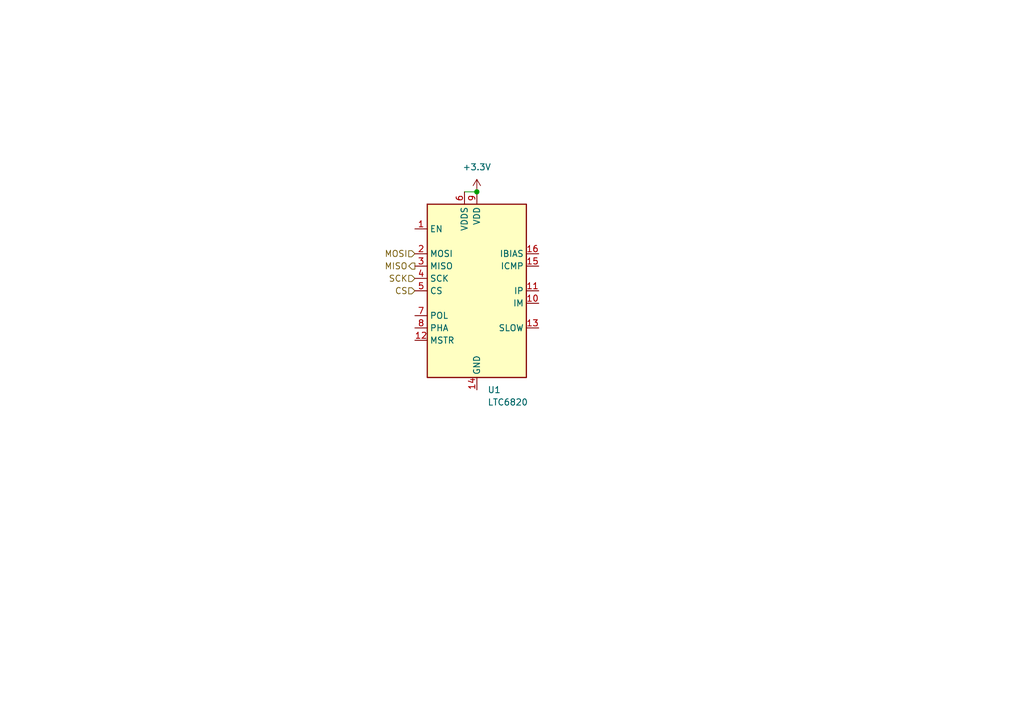
<source format=kicad_sch>
(kicad_sch (version 20230121) (generator eeschema)
  (paper "A5")
  (lib_symbols
    (symbol "greenmobi-bms:LTC6820"
      (property "Reference" "U" (at 2.54 22.86 0))
      (property "Value" "LTC6820" (at 5.08 20.32 0))
      (symbol "LTC6820_1_1"
        (rectangle (start -10.16 17.78) (end 10.16 -17.78) (stroke (width 0.254)) (fill (type background)))
        (pin input line (at -12.7 12.7 0) (length 2.54) (name "EN") (number "1"))
        (pin output line (at 12.7 -2.54 180) (length 2.54) (name "IM") (number "10"))
        (pin output line (at 12.7 0 180) (length 2.54) (name "IP") (number "11"))
        (pin output line (at -12.7 -10.16 0) (length 2.54) (name "MSTR") (number "12"))
        (pin output line (at 12.7 -7.62 180) (length 2.54) (name "SLOW") (number "13"))
        (pin power_in line (at 0 -20.32 90) (length 2.54) (name "GND") (number "14"))
        (pin output line (at 12.7 5.08 180) (length 2.54) (name "ICMP") (number "15"))
        (pin output line (at 12.7 7.62 180) (length 2.54) (name "IBIAS") (number "16"))
        (pin input line (at -12.7 7.62 0) (length 2.54) (name "MOSI") (number "2"))
        (pin output line (at -12.7 5.08 0) (length 2.54) (name "MISO") (number "3"))
        (pin input line (at -12.7 2.54 0) (length 2.54) (name "SCK") (number "4"))
        (pin input line (at -12.7 0 0) (length 2.54) (name "CS") (number "5"))
        (pin power_in line (at -2.54 20.32 270) (length 2.54) (name "VDDS") (number "6"))
        (pin input line (at -12.7 -5.08 0) (length 2.54) (name "POL") (number "7"))
        (pin input line (at -12.7 -7.62 0) (length 2.54) (name "PHA") (number "8"))
        (pin power_in line (at 0 20.32 270) (length 2.54) (name "VDD") (number "9"))
      )
    )
    (symbol "power:+3.3V" (power) (pin_names (offset 0))
      (property "Value" "+3.3V" (at 0 3.556 0))
      (symbol "+3.3V_0_1"
        (polyline (pts (xy -0.762 1.27) (xy 0 2.54)))
        (polyline (pts (xy 0 0) (xy 0 2.54)))
        (polyline (pts (xy 0 2.54) (xy 0.762 1.27)))
      )
      (symbol "+3.3V_1_1"
        (pin power_in line (at 0 0 90) (length 0) hide (name "+3.3V") (number "1"))
      )
    )
  )
  (junction (at 97.79 39.37))
  (wire (pts (xy 95.25 39.37) (xy 97.79 39.37)))
  (hierarchical_label "CS" (shape input) (at 85.09 59.69 180))
  (hierarchical_label "MISO" (shape output) (at 85.09 54.61 180))
  (hierarchical_label "SCK" (shape input) (at 85.09 57.15 180))
  (hierarchical_label "MOSI" (shape input) (at 85.09 52.07 180))
  (symbol (lib_id "greenmobi-bms:LTC6820") (at 97.79 59.69 0) (unit 1)
    (property "Reference" "U1" (at 99.9841 80.01 0) (effects (justify left)))
    (property "Value" "LTC6820" (at 99.9841 82.55 0) (effects (justify left)))
    (property "Footprint" "Package_SO:MSOP-16_3x4.039mm_P0.5mm" (effects hide))
    (property "Datasheet" "https://www.analog.com/media/en/technical-documentation/data-sheets/LTC6820.pdf" (effects hide))
  )
  (symbol (lib_id "power:+3.3V") (at 97.79 39.37 0) (unit 1)
    (property "Reference" "#PWR02" (effects hide))
    (property "Value" "+3.3V" (at 97.79 34.29 0))
  )
)
</source>
